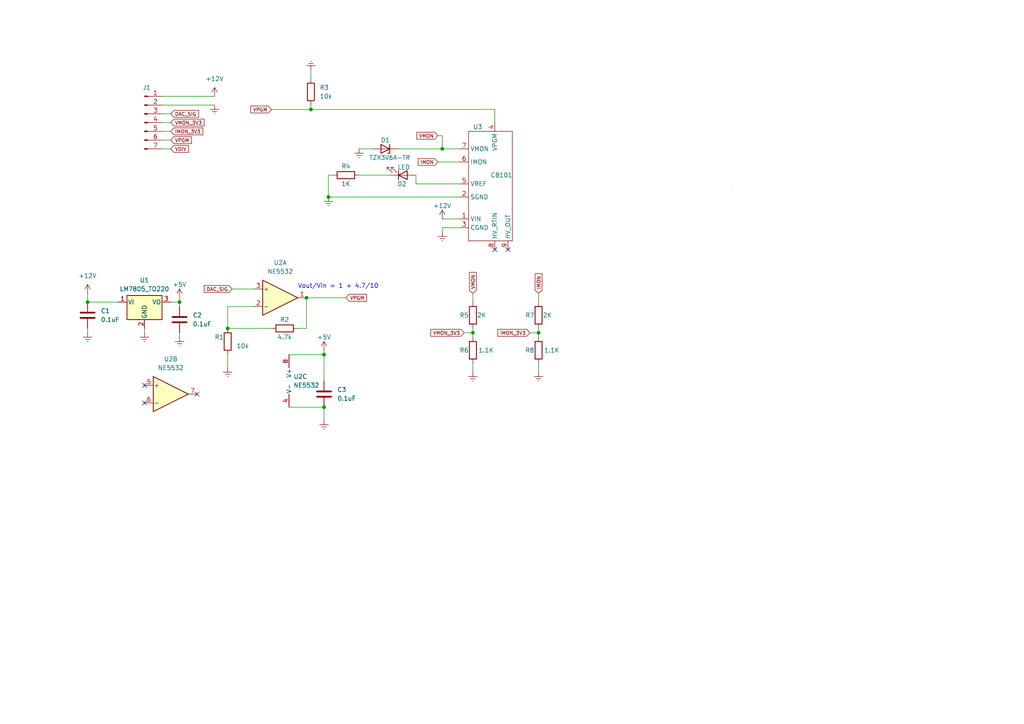
<source format=kicad_sch>
(kicad_sch (version 20211123) (generator eeschema)
  (paper "A4")
  (lib_symbols
    (symbol "Amplifier_Operational:NE5532" (pin_names (offset 0.127))
      (property "Reference" "U" (at 0 5.08 0))
      (property "Value" "NE5532" (at 0 -5.08 0))
      (symbol "NE5532_1_1"
        (polyline (pts (xy -5.08 5.08) (xy 5.08 0) (xy -5.08 -5.08) (xy -5.08 5.08)) (stroke (width 0.254)) (fill (type background)))
        (pin output line (at 7.62 0 180) (length 2.54) (name "~") (number "1"))
        (pin input line (at -7.62 -2.54 0) (length 2.54) (name "-") (number "2"))
        (pin input line (at -7.62 2.54 0) (length 2.54) (name "+") (number "3"))
      )
      (symbol "NE5532_2_1"
        (polyline (pts (xy -5.08 5.08) (xy 5.08 0) (xy -5.08 -5.08) (xy -5.08 5.08)) (stroke (width 0.254)) (fill (type background)))
        (pin input line (at -7.62 2.54 0) (length 2.54) (name "+") (number "5"))
        (pin input line (at -7.62 -2.54 0) (length 2.54) (name "-") (number "6"))
        (pin output line (at 7.62 0 180) (length 2.54) (name "~") (number "7"))
      )
      (symbol "NE5532_3_1"
        (pin power_in line (at -2.54 -7.62 90) (length 3.81) (name "V-") (number "4"))
        (pin power_in line (at -2.54 7.62 270) (length 3.81) (name "V+") (number "8"))
      )
    )
    (symbol "Connector:Conn_01x07_Male" (pin_names (offset 1.016) hide)
      (property "Reference" "J" (at 0 10.16 0))
      (property "Value" "Conn_01x07_Male" (at 0 -10.16 0))
      (symbol "Conn_01x07_Male_1_1"
        (polyline (pts (xy 1.27 -7.62) (xy 0.8636 -7.62)) (stroke (width 0.1524)))
        (polyline (pts (xy 1.27 -5.08) (xy 0.8636 -5.08)) (stroke (width 0.1524)))
        (polyline (pts (xy 1.27 -2.54) (xy 0.8636 -2.54)) (stroke (width 0.1524)))
        (polyline (pts (xy 1.27 0) (xy 0.8636 0)) (stroke (width 0.1524)))
        (polyline (pts (xy 1.27 2.54) (xy 0.8636 2.54)) (stroke (width 0.1524)))
        (polyline (pts (xy 1.27 5.08) (xy 0.8636 5.08)) (stroke (width 0.1524)))
        (polyline (pts (xy 1.27 7.62) (xy 0.8636 7.62)) (stroke (width 0.1524)))
        (rectangle (start 0.8636 -7.493) (end 0 -7.747) (stroke (width 0.1524)) (fill (type outline)))
        (rectangle (start 0.8636 -4.953) (end 0 -5.207) (stroke (width 0.1524)) (fill (type outline)))
        (rectangle (start 0.8636 -2.413) (end 0 -2.667) (stroke (width 0.1524)) (fill (type outline)))
        (rectangle (start 0.8636 0.127) (end 0 -0.127) (stroke (width 0.1524)) (fill (type outline)))
        (rectangle (start 0.8636 2.667) (end 0 2.413) (stroke (width 0.1524)) (fill (type outline)))
        (rectangle (start 0.8636 5.207) (end 0 4.953) (stroke (width 0.1524)) (fill (type outline)))
        (rectangle (start 0.8636 7.747) (end 0 7.493) (stroke (width 0.1524)) (fill (type outline)))
        (pin passive line (at 5.08 7.62 180) (length 3.81) (name "Pin_1") (number "1"))
        (pin passive line (at 5.08 5.08 180) (length 3.81) (name "Pin_2") (number "2"))
        (pin passive line (at 5.08 2.54 180) (length 3.81) (name "Pin_3") (number "3"))
        (pin passive line (at 5.08 0 180) (length 3.81) (name "Pin_4") (number "4"))
        (pin passive line (at 5.08 -2.54 180) (length 3.81) (name "Pin_5") (number "5"))
        (pin passive line (at 5.08 -5.08 180) (length 3.81) (name "Pin_6") (number "6"))
        (pin passive line (at 5.08 -7.62 180) (length 3.81) (name "Pin_7") (number "7"))
      )
    )
    (symbol "Device:C" (pin_numbers hide) (pin_names (offset 0.254))
      (property "Reference" "C" (at 0.635 2.54 0))
      (property "Value" "C" (at 0.635 -2.54 0))
      (symbol "C_0_1"
        (polyline (pts (xy -2.032 -0.762) (xy 2.032 -0.762)) (stroke (width 0.508)))
        (polyline (pts (xy -2.032 0.762) (xy 2.032 0.762)) (stroke (width 0.508)))
      )
      (symbol "C_1_1"
        (pin passive line (at 0 3.81 270) (length 2.794) (name "~") (number "1"))
        (pin passive line (at 0 -3.81 90) (length 2.794) (name "~") (number "2"))
      )
    )
    (symbol "Device:D_Zener" (pin_numbers hide) (pin_names (offset 1.016) hide)
      (property "Reference" "D" (at 0 2.54 0))
      (property "Value" "D_Zener" (at 0 -2.54 0))
      (symbol "D_Zener_0_1"
        (polyline (pts (xy 1.27 0) (xy -1.27 0)))
        (polyline (pts (xy -1.27 -1.27) (xy -1.27 1.27) (xy -0.762 1.27)) (stroke (width 0.254)))
        (polyline (pts (xy 1.27 -1.27) (xy 1.27 1.27) (xy -1.27 0) (xy 1.27 -1.27)) (stroke (width 0.254)))
      )
      (symbol "D_Zener_1_1"
        (pin passive line (at -3.81 0 0) (length 2.54) (name "K") (number "1"))
        (pin passive line (at 3.81 0 180) (length 2.54) (name "A") (number "2"))
      )
    )
    (symbol "Device:LED" (pin_numbers hide) (pin_names (offset 1.016) hide)
      (property "Reference" "D" (at 0 2.54 0))
      (property "Value" "LED" (at 0 -2.54 0))
      (symbol "LED_0_1"
        (polyline (pts (xy -1.27 -1.27) (xy -1.27 1.27)) (stroke (width 0.254)))
        (polyline (pts (xy -1.27 0) (xy 1.27 0)))
        (polyline (pts (xy 1.27 -1.27) (xy 1.27 1.27) (xy -1.27 0) (xy 1.27 -1.27)) (stroke (width 0.254)))
        (polyline (pts (xy -3.048 -0.762) (xy -4.572 -2.286) (xy -3.81 -2.286) (xy -4.572 -2.286) (xy -4.572 -1.524)))
        (polyline (pts (xy -1.778 -0.762) (xy -3.302 -2.286) (xy -2.54 -2.286) (xy -3.302 -2.286) (xy -3.302 -1.524)))
      )
      (symbol "LED_1_1"
        (pin passive line (at -3.81 0 0) (length 2.54) (name "K") (number "1"))
        (pin passive line (at 3.81 0 180) (length 2.54) (name "A") (number "2"))
      )
    )
    (symbol "Device:R" (pin_numbers hide) (pin_names (offset 0))
      (property "Reference" "R" (at 2.032 0 90))
      (property "Value" "R" (at 0 0 90))
      (symbol "R_0_1"
        (rectangle (start -1.016 -2.54) (end 1.016 2.54) (stroke (width 0.254)))
      )
      (symbol "R_1_1"
        (pin passive line (at 0 3.81 270) (length 1.27) (name "~") (number "1"))
        (pin passive line (at 0 -3.81 90) (length 1.27) (name "~") (number "2"))
      )
    )
    (symbol "Regulator_Linear:LM7805_TO220" (pin_names (offset 0.254))
      (property "Reference" "U" (at -3.81 3.175 0))
      (property "Value" "LM7805_TO220" (at 0 3.175 0))
      (symbol "LM7805_TO220_0_1"
        (rectangle (start -5.08 1.905) (end 5.08 -5.08) (stroke (width 0.254)) (fill (type background)))
      )
      (symbol "LM7805_TO220_1_1"
        (pin power_in line (at -7.62 0 0) (length 2.54) (name "VI") (number "1"))
        (pin power_in line (at 0 -7.62 90) (length 2.54) (name "GND") (number "2"))
        (pin power_out line (at 7.62 0 180) (length 2.54) (name "VO") (number "3"))
      )
    )
    (symbol "design:CB101"
      (property "Reference" "U?" (at -2.54 11.43 0))
      (property "Value" "CB101" (at 3.81 0 0))
      (symbol "CB101_0_1"
        (rectangle (start -5.08 13.97) (end 7.62 -17.78))
        (rectangle (start 71.12 -2.54) (end 71.12 -2.54))
      )
      (symbol "CB101_1_1"
        (pin input line (at -7.62 -11.43 0) (length 2.54) (name "VIN") (number "1"))
        (pin input line (at -7.62 -5.08 0) (length 2.54) (name "SGND") (number "2"))
        (pin input line (at -7.62 -13.97 0) (length 2.54) (name "CGND") (number "3"))
        (pin input line (at 2.54 16.51 270) (length 2.54) (name "VPGM") (number "4"))
        (pin input line (at -7.62 -1.27 0) (length 2.54) (name "VREF") (number "5"))
        (pin input line (at -7.62 5.08 0) (length 2.54) (name "IMON") (number "6"))
        (pin input line (at -7.62 8.89 0) (length 2.54) (name "VMON") (number "7"))
        (pin input line (at 2.54 -20.32 90) (length 2.54) (name "HV_RTIN") (number "8"))
        (pin input line (at 6.35 -20.32 90) (length 2.54) (name "HV_OUT") (number "9"))
      )
    )
    (symbol "power:+12V" (power) (pin_names (offset 0))
      (property "Value" "+12V" (at 0 3.556 0))
      (symbol "+12V_0_1"
        (polyline (pts (xy -0.762 1.27) (xy 0 2.54)))
        (polyline (pts (xy 0 0) (xy 0 2.54)))
        (polyline (pts (xy 0 2.54) (xy 0.762 1.27)))
      )
      (symbol "+12V_1_1"
        (pin power_in line (at 0 0 90) (length 0) hide (name "+12V") (number "1"))
      )
    )
    (symbol "power:+5V" (power) (pin_names (offset 0))
      (property "Value" "+5V" (at 0 3.556 0))
      (symbol "+5V_0_1"
        (polyline (pts (xy -0.762 1.27) (xy 0 2.54)))
        (polyline (pts (xy 0 0) (xy 0 2.54)))
        (polyline (pts (xy 0 2.54) (xy 0.762 1.27)))
      )
      (symbol "+5V_1_1"
        (pin power_in line (at 0 0 90) (length 0) hide (name "+5V") (number "1"))
      )
    )
    (symbol "power:Earth" (power) (pin_names (offset 0))
      (symbol "Earth_0_1"
        (polyline (pts (xy -0.635 -1.905) (xy 0.635 -1.905)))
        (polyline (pts (xy -0.127 -2.54) (xy 0.127 -2.54)))
        (polyline (pts (xy 0 -1.27) (xy 0 0)))
        (polyline (pts (xy 1.27 -1.27) (xy -1.27 -1.27)))
      )
      (symbol "Earth_1_1"
        (pin power_in line (at 0 0 270) (length 0) hide (name "Earth") (number "1"))
      )
    )
  )
  (junction (at 93.98 118.11))
  (junction (at 88.9 86.36))
  (junction (at 93.98 102.87))
  (junction (at 137.16 96.52))
  (junction (at 90.17 31.75))
  (junction (at 156.21 96.52))
  (junction (at 66.04 95.25))
  (junction (at 25.4 87.63))
  (junction (at 95.25 57.15))
  (junction (at 52.07 87.63))
  (junction (at 128.27 43.18))
  (no_connect (at 143.51 72.39))
  (no_connect (at 147.32 72.39))
  (no_connect (at 41.91 116.84))
  (no_connect (at 41.91 111.76))
  (no_connect (at 57.15 114.3))
  (wire (pts (xy 137.16 95.25) (xy 137.16 96.52)))
  (wire (pts (xy 46.99 27.94) (xy 62.23 27.94)))
  (wire (pts (xy 52.07 87.63) (xy 52.07 88.9)))
  (wire (pts (xy 52.07 86.36) (xy 52.07 87.63)))
  (wire (pts (xy 49.53 87.63) (xy 52.07 87.63)))
  (wire (pts (xy 46.99 43.18) (xy 49.53 43.18)))
  (wire (pts (xy 25.4 95.25) (xy 25.4 96.52)))
  (wire (pts (xy 134.62 96.52) (xy 137.16 96.52)))
  (wire (pts (xy 46.99 30.48) (xy 62.23 30.48)))
  (wire (pts (xy 93.98 102.87) (xy 93.98 110.49)))
  (wire (pts (xy 25.4 87.63) (xy 34.29 87.63)))
  (wire (pts (xy 46.99 38.1) (xy 49.53 38.1)))
  (wire (pts (xy 95.25 50.8) (xy 96.52 50.8)))
  (wire (pts (xy 41.91 95.25) (xy 41.91 96.52)))
  (wire (pts (xy 143.51 35.56) (xy 143.51 31.75)))
  (wire (pts (xy 67.31 83.82) (xy 73.66 83.82)))
  (wire (pts (xy 90.17 30.48) (xy 90.17 31.75)))
  (wire (pts (xy 93.98 101.6) (xy 93.98 102.87)))
  (wire (pts (xy 66.04 102.87) (xy 66.04 106.68)))
  (wire (pts (xy 46.99 40.64) (xy 49.53 40.64)))
  (wire (pts (xy 73.66 88.9) (xy 66.04 88.9)))
  (wire (pts (xy 90.17 20.32) (xy 90.17 22.86)))
  (wire (pts (xy 143.51 31.75) (xy 90.17 31.75)))
  (wire (pts (xy 137.16 96.52) (xy 137.16 97.79)))
  (wire (pts (xy 137.16 85.09) (xy 137.16 87.63)))
  (wire (pts (xy 88.9 86.36) (xy 88.9 95.25)))
  (wire (pts (xy 128.27 39.37) (xy 128.27 43.18)))
  (wire (pts (xy 127 46.99) (xy 133.35 46.99)))
  (wire (pts (xy 95.25 57.15) (xy 95.25 50.8)))
  (wire (pts (xy 93.98 118.11) (xy 93.98 121.92)))
  (wire (pts (xy 88.9 86.36) (xy 100.33 86.36)))
  (wire (pts (xy 52.07 96.52) (xy 52.07 97.79)))
  (wire (pts (xy 133.35 66.04) (xy 128.27 66.04)))
  (wire (pts (xy 88.9 95.25) (xy 86.36 95.25)))
  (wire (pts (xy 156.21 96.52) (xy 156.21 97.79)))
  (wire (pts (xy 128.27 63.5) (xy 133.35 63.5)))
  (wire (pts (xy 25.4 85.09) (xy 25.4 87.63)))
  (wire (pts (xy 128.27 43.18) (xy 133.35 43.18)))
  (wire (pts (xy 46.99 35.56) (xy 49.53 35.56)))
  (wire (pts (xy 137.16 105.41) (xy 137.16 107.95)))
  (wire (pts (xy 66.04 88.9) (xy 66.04 95.25)))
  (wire (pts (xy 153.67 96.52) (xy 156.21 96.52)))
  (wire (pts (xy 156.21 95.25) (xy 156.21 96.52)))
  (wire (pts (xy 133.35 57.15) (xy 95.25 57.15)))
  (wire (pts (xy 46.99 33.02) (xy 49.53 33.02)))
  (wire (pts (xy 120.65 53.34) (xy 120.65 50.8)))
  (wire (pts (xy 93.98 102.87) (xy 83.82 102.87)))
  (wire (pts (xy 66.04 95.25) (xy 78.74 95.25)))
  (wire (pts (xy 83.82 118.11) (xy 93.98 118.11)))
  (wire (pts (xy 156.21 105.41) (xy 156.21 107.95)))
  (wire (pts (xy 104.14 50.8) (xy 113.03 50.8)))
  (wire (pts (xy 156.21 85.09) (xy 156.21 87.63)))
  (wire (pts (xy 104.14 43.18) (xy 107.95 43.18)))
  (wire (pts (xy 133.35 53.34) (xy 120.65 53.34)))
  (wire (pts (xy 127 39.37) (xy 128.27 39.37)))
  (wire (pts (xy 128.27 66.04) (xy 128.27 67.31)))
  (wire (pts (xy 115.57 43.18) (xy 128.27 43.18)))
  (wire (pts (xy 78.74 31.75) (xy 90.17 31.75)))
  (text "Vout/Vin = 1 + 4.7/10" (at 86.36 83.82 0) (effects (font (size 1.27 1.27)) (justify left bottom)))
  (global_label "VMON_3V3" (shape input) (at 134.62 96.52 180) (effects (font (size 1.016 1.016))) (property "Intersheet References" "${INTERSHEET_REFS}" (effects hide)))
  (global_label "IMON" (shape input) (at 127 46.99 180) (effects (font (size 1.016 1.016))) (property "Intersheet References" "${INTERSHEET_REFS}" (effects hide)))
  (global_label "DAC_SIG" (shape input) (at 67.31 83.82 180) (effects (font (size 1.016 1.016))) (property "Intersheet References" "${INTERSHEET_REFS}" (effects hide)))
  (global_label "VMON_3V3" (shape input) (at 49.53 35.56 0) (effects (font (size 1.016 1.016))) (property "Intersheet References" "${INTERSHEET_REFS}" (effects hide)))
  (global_label "VMON" (shape input) (at 127 39.37 180) (effects (font (size 1.016 1.016))) (property "Intersheet References" "${INTERSHEET_REFS}" (effects hide)))
  (global_label "VMON" (shape input) (at 137.16 85.09 90) (effects (font (size 1.016 1.016))) (property "Intersheet References" "${INTERSHEET_REFS}" (effects hide)))
  (global_label "VDIV" (shape input) (at 49.53 43.18 0) (effects (font (size 1.016 1.016))) (property "Intersheet References" "${INTERSHEET_REFS}" (effects hide)))
  (global_label "IMON_3V3" (shape input) (at 49.53 38.1 0) (effects (font (size 1.016 1.016))) (property "Intersheet References" "${INTERSHEET_REFS}" (effects hide)))
  (global_label "IMON" (shape input) (at 156.21 85.09 90) (effects (font (size 1.016 1.016))) (property "Intersheet References" "${INTERSHEET_REFS}" (effects hide)))
  (global_label "VPGM" (shape input) (at 100.33 86.36 0) (effects (font (size 1.016 1.016))) (property "Intersheet References" "${INTERSHEET_REFS}" (effects hide)))
  (global_label "IMON_3V3" (shape input) (at 153.67 96.52 180) (effects (font (size 1.016 1.016))) (property "Intersheet References" "${INTERSHEET_REFS}" (effects hide)))
  (global_label "VPGM" (shape input) (at 78.74 31.75 180) (effects (font (size 1.016 1.016))) (property "Intersheet References" "${INTERSHEET_REFS}" (effects hide)))
  (global_label "DAC_SIG" (shape input) (at 49.53 33.02 0) (effects (font (size 1.016 1.016))) (property "Intersheet References" "${INTERSHEET_REFS}" (effects hide)))
  (global_label "VPGM" (shape input) (at 49.53 40.64 0) (effects (font (size 1.016 1.016))) (property "Intersheet References" "${INTERSHEET_REFS}" (effects hide)))
  (symbol (lib_id "power:Earth") (at 90.17 20.32 180) (unit 1)
    (property "Reference" "#PWR09" (effects hide))
    (property "Value" "Earth" (effects hide))
  )
  (symbol (lib_id "power:Earth") (at 156.21 107.95 0) (unit 1)
    (property "Reference" "#PWR017" (effects hide))
    (property "Value" "Earth" (effects hide))
  )
  (symbol (lib_id "power:Earth") (at 93.98 121.92 0) (unit 1)
    (property "Reference" "#PWR011" (effects hide))
    (property "Value" "Earth" (effects hide))
  )
  (symbol (lib_id "power:+12V") (at 25.4 85.09 0) (unit 1)
    (property "Reference" "#PWR01" (effects hide))
    (property "Value" "+12V" (at 25.4 80.01 0))
  )
  (symbol (lib_id "Device:D_Zener") (at 111.76 43.18 180) (unit 1)
    (property "Reference" "D1" (at 111.76 40.64 0))
    (property "Value" "TZX3V6A-TR" (at 113.03 45.72 0))
    (property "Footprint" "Diode_THT:D_DO-35_SOD27_P7.62mm_Horizontal" (effects hide))
  )
  (symbol (lib_id "power:Earth") (at 128.27 67.31 0) (unit 1)
    (property "Reference" "#PWR015" (effects hide))
    (property "Value" "Earth" (effects hide))
  )
  (symbol (lib_id "Device:C") (at 93.98 114.3 0) (unit 1)
    (property "Reference" "C3" (at 97.79 113.0299 0) (effects (justify left)))
    (property "Value" "0.1uF" (at 97.79 115.5699 0) (effects (justify left)))
    (property "Footprint" "Capacitor_THT:C_Disc_D6.0mm_W2.5mm_P5.00mm" (effects hide))
  )
  (symbol (lib_id "Regulator_Linear:LM7805_TO220") (at 41.91 87.63 0) (unit 1)
    (property "Reference" "U1" (at 41.91 81.28 0))
    (property "Value" "LM7805_TO220" (at 41.91 83.82 0))
    (property "Footprint" "Package_TO_SOT_THT:TO-220-3_Vertical" (effects hide))
    (property "Datasheet" "https://www.onsemi.cn/PowerSolutions/document/MC7800-D.PDF" (effects hide))
  )
  (symbol (lib_id "power:Earth") (at 66.04 106.68 0) (unit 1)
    (property "Reference" "#PWR08" (effects hide))
    (property "Value" "Earth" (effects hide))
  )
  (symbol (lib_id "Device:R") (at 137.16 101.6 180) (unit 1)
    (property "Reference" "R6" (at 134.62 101.6 0))
    (property "Value" "1.1K" (at 140.97 101.6 0))
    (property "Footprint" "Resistor_THT:R_Axial_DIN0309_L9.0mm_D3.2mm_P15.24mm_Horizontal" (effects hide))
  )
  (symbol (lib_id "power:+5V") (at 52.07 86.36 0) (unit 1)
    (property "Reference" "#PWR04" (effects hide))
    (property "Value" "+5V" (at 52.07 82.55 0))
  )
  (symbol (lib_id "design:CB101") (at 140.97 52.07 0) (unit 1)
    (property "Reference" "U3" (at 137.16 36.83 0) (effects (justify left)))
    (property "Value" "CB101" (at 142.24 50.8 0) (effects (justify left)))
    (property "Footprint" "Library:CB101" (effects hide))
  )
  (symbol (lib_id "Amplifier_Operational:NE5532") (at 86.36 110.49 0) (unit 3)
    (property "Reference" "U2" (at 85.09 109.2199 0) (effects (justify left)))
    (property "Value" "NE5532" (at 85.09 111.7599 0) (effects (justify left)))
    (property "Footprint" "Package_DIP:DIP-8_W7.62mm" (effects hide))
    (property "Datasheet" "http://www.ti.com/lit/ds/symlink/ne5532.pdf" (effects hide))
  )
  (symbol (lib_id "power:Earth") (at 62.23 30.48 0) (unit 1)
    (property "Reference" "#PWR07" (effects hide))
    (property "Value" "Earth" (effects hide))
  )
  (symbol (lib_id "Amplifier_Operational:NE5532") (at 81.28 86.36 0) (unit 1)
    (property "Reference" "U2" (at 81.28 76.2 0))
    (property "Value" "NE5532" (at 81.28 78.74 0))
    (property "Footprint" "Package_DIP:DIP-8_W7.62mm" (effects hide))
    (property "Datasheet" "http://www.ti.com/lit/ds/symlink/ne5532.pdf" (effects hide))
  )
  (symbol (lib_id "Device:R") (at 82.55 95.25 90) (unit 1)
    (property "Reference" "R2" (at 82.55 92.71 90))
    (property "Value" "4.7k" (at 82.55 97.79 90))
    (property "Footprint" "Resistor_THT:R_Axial_DIN0309_L9.0mm_D3.2mm_P15.24mm_Horizontal" (effects hide))
  )
  (symbol (lib_id "Device:R") (at 156.21 101.6 180) (unit 1)
    (property "Reference" "R8" (at 153.67 101.6 0))
    (property "Value" "1.1K" (at 160.02 101.6 0))
    (property "Footprint" "Resistor_THT:R_Axial_DIN0309_L9.0mm_D3.2mm_P15.24mm_Horizontal" (effects hide))
  )
  (symbol (lib_id "Amplifier_Operational:NE5532") (at 49.53 114.3 0) (unit 2)
    (property "Reference" "U2" (at 49.53 104.14 0))
    (property "Value" "NE5532" (at 49.53 106.68 0))
    (property "Footprint" "Package_DIP:DIP-8_W7.62mm" (effects hide))
    (property "Datasheet" "http://www.ti.com/lit/ds/symlink/ne5532.pdf" (effects hide))
  )
  (symbol (lib_id "power:Earth") (at 137.16 107.95 0) (unit 1)
    (property "Reference" "#PWR016" (effects hide))
    (property "Value" "Earth" (effects hide))
  )
  (symbol (lib_id "power:+12V") (at 128.27 63.5 0) (unit 1)
    (property "Reference" "#PWR014" (effects hide))
    (property "Value" "+12V" (at 128.27 59.69 0))
  )
  (symbol (lib_id "Device:R") (at 90.17 26.67 0) (unit 1)
    (property "Reference" "R3" (at 92.71 25.3999 0) (effects (justify left)))
    (property "Value" "10k" (at 92.71 27.9399 0) (effects (justify left)))
    (property "Footprint" "Resistor_THT:R_Axial_DIN0309_L9.0mm_D3.2mm_P15.24mm_Horizontal" (effects hide))
  )
  (symbol (lib_id "power:+5V") (at 93.98 101.6 0) (unit 1)
    (property "Reference" "#PWR010" (effects hide))
    (property "Value" "+5V" (at 93.98 97.79 0))
  )
  (symbol (lib_id "power:Earth") (at 95.25 57.15 0) (unit 1)
    (property "Reference" "#PWR012" (effects hide))
    (property "Value" "Earth" (effects hide))
  )
  (symbol (lib_id "Device:R") (at 156.21 91.44 180) (unit 1)
    (property "Reference" "R7" (at 153.67 91.44 0))
    (property "Value" "2K" (at 158.75 91.44 0))
    (property "Footprint" "Resistor_THT:R_Axial_DIN0309_L9.0mm_D3.2mm_P15.24mm_Horizontal" (effects hide))
  )
  (symbol (lib_id "Device:R") (at 137.16 91.44 180) (unit 1)
    (property "Reference" "R5" (at 134.62 91.44 0))
    (property "Value" "2K" (at 139.7 91.44 0))
    (property "Footprint" "Resistor_THT:R_Axial_DIN0309_L9.0mm_D3.2mm_P15.24mm_Horizontal" (effects hide))
  )
  (symbol (lib_id "Device:R") (at 66.04 99.06 0) (unit 1)
    (property "Reference" "R1" (at 62.23 97.79 0) (effects (justify left)))
    (property "Value" "10k" (at 68.58 100.3299 0) (effects (justify left)))
    (property "Footprint" "Resistor_THT:R_Axial_DIN0309_L9.0mm_D3.2mm_P15.24mm_Horizontal" (effects hide))
  )
  (symbol (lib_id "power:Earth") (at 52.07 97.79 0) (unit 1)
    (property "Reference" "#PWR05" (effects hide))
    (property "Value" "Earth" (effects hide))
  )
  (symbol (lib_id "Device:LED") (at 116.84 50.8 0) (mirror x) (unit 1)
    (property "Reference" "D2" (at 116.586 53.34 0))
    (property "Value" "LED" (at 117.094 48.514 0))
    (property "Footprint" "LED_THT:LED_D3.0mm_Clear" (effects hide))
  )
  (symbol (lib_id "Connector:Conn_01x07_Male") (at 41.91 35.56 0) (unit 1)
    (property "Reference" "J1" (at 42.545 25.4 0))
    (property "Value" "Conn_01x07_Male" (effects hide))
    (property "Footprint" "Connector_PinSocket_2.54mm:PinSocket_1x07_P2.54mm_Vertical" (effects hide))
  )
  (symbol (lib_id "power:Earth") (at 25.4 96.52 0) (unit 1)
    (property "Reference" "#PWR02" (effects hide))
    (property "Value" "Earth" (effects hide))
  )
  (symbol (lib_id "Device:R") (at 100.33 50.8 90) (unit 1)
    (property "Reference" "R4" (at 100.33 48.26 90))
    (property "Value" "1K" (at 100.33 53.34 90))
    (property "Footprint" "Resistor_THT:R_Axial_DIN0309_L9.0mm_D3.2mm_P15.24mm_Horizontal" (effects hide))
  )
  (symbol (lib_id "power:Earth") (at 41.91 96.52 0) (unit 1)
    (property "Reference" "#PWR03" (effects hide))
    (property "Value" "Earth" (effects hide))
  )
  (symbol (lib_id "Device:C") (at 52.07 92.71 0) (unit 1)
    (property "Reference" "C2" (at 55.88 91.4399 0) (effects (justify left)))
    (property "Value" "0.1uF" (at 55.88 93.9799 0) (effects (justify left)))
    (property "Footprint" "Capacitor_THT:C_Disc_D6.0mm_W2.5mm_P5.00mm" (effects hide))
  )
  (symbol (lib_id "power:+12V") (at 62.23 27.94 0) (unit 1)
    (property "Reference" "#PWR06" (effects hide))
    (property "Value" "+12V" (at 62.23 22.86 0))
  )
  (symbol (lib_id "Device:C") (at 25.4 91.44 0) (unit 1)
    (property "Reference" "C1" (at 29.21 90.1699 0) (effects (justify left)))
    (property "Value" "0.1uF" (at 29.21 92.7099 0) (effects (justify left)))
    (property "Footprint" "Capacitor_THT:C_Disc_D6.0mm_W2.5mm_P5.00mm" (effects hide))
  )
  (symbol (lib_id "power:Earth") (at 104.14 43.18 0) (unit 1)
    (property "Reference" "#PWR013" (effects hide))
    (property "Value" "Earth" (effects hide))
  )
)
</source>
